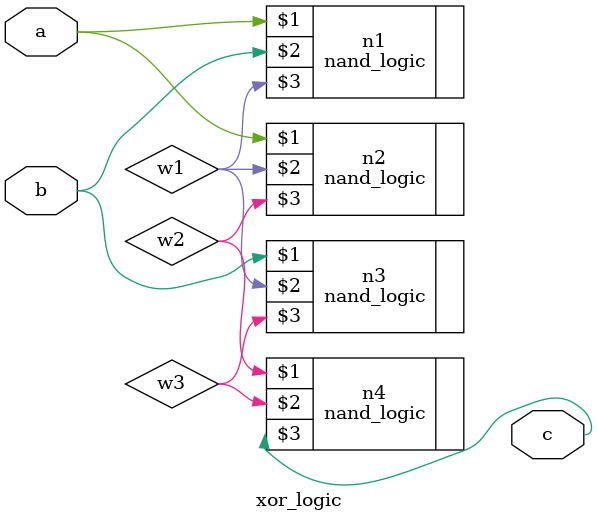
<source format=v>
`include "nand_logic.v"
module xor_logic(a, b, c);
input a,b;
output c;

wire w1, w2, w3;

nand_logic n1(a, b,w1);
nand_logic n2(a, w1,w2);
nand_logic n3(b, w1,w3);
nand_logic n4(w2, w3,c);

endmodule
</source>
